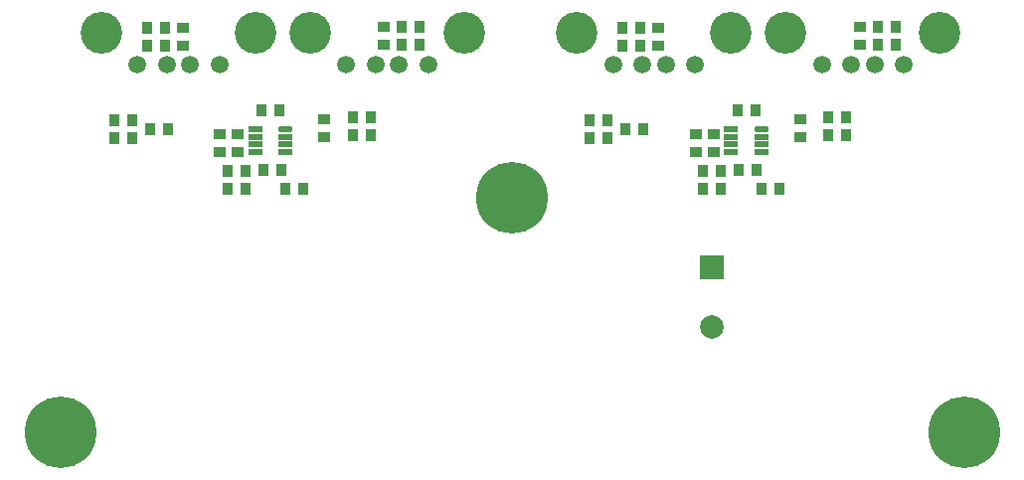
<source format=gbs>
G04*
G04 #@! TF.GenerationSoftware,Altium Limited,Altium Designer,21.7.2 (23)*
G04*
G04 Layer_Color=16711935*
%FSLAX25Y25*%
%MOIN*%
G70*
G04*
G04 #@! TF.SameCoordinates,38115651-3DBD-42AD-B4A0-95CC447B3A10*
G04*
G04*
G04 #@! TF.FilePolarity,Negative*
G04*
G01*
G75*
%ADD17R,0.03394X0.03994*%
%ADD18R,0.03994X0.03394*%
%ADD29C,0.13976*%
%ADD30C,0.05984*%
%ADD31R,0.07874X0.07874*%
%ADD32C,0.07874*%
%ADD33C,0.24016*%
%ADD56R,0.04528X0.02165*%
G04:AMPARAMS|DCode=57|XSize=21.65mil|YSize=45.28mil|CornerRadius=6.4mil|HoleSize=0mil|Usage=FLASHONLY|Rotation=90.000|XOffset=0mil|YOffset=0mil|HoleType=Round|Shape=RoundedRectangle|*
%AMROUNDEDRECTD57*
21,1,0.02165,0.03248,0,0,90.0*
21,1,0.00886,0.04528,0,0,90.0*
1,1,0.01280,0.01624,0.00443*
1,1,0.01280,0.01624,-0.00443*
1,1,0.01280,-0.01624,-0.00443*
1,1,0.01280,-0.01624,0.00443*
%
%ADD57ROUNDEDRECTD57*%
D17*
X906000Y882287D02*
D03*
X912000D02*
D03*
X906000Y876287D02*
D03*
X912000D02*
D03*
X826500Y875787D02*
D03*
X820500D02*
D03*
X826500Y881787D02*
D03*
X820500D02*
D03*
X746500Y882287D02*
D03*
X752500D02*
D03*
X746500Y876287D02*
D03*
X752500D02*
D03*
X667000Y881787D02*
D03*
X661000D02*
D03*
X667000Y875787D02*
D03*
X661000D02*
D03*
X730000Y851787D02*
D03*
X736000D02*
D03*
X730000Y845787D02*
D03*
X736000D02*
D03*
X705500Y854287D02*
D03*
X699500D02*
D03*
X815500Y844787D02*
D03*
X809500D02*
D03*
X815500Y850787D02*
D03*
X809500D02*
D03*
X821500Y847787D02*
D03*
X827500D02*
D03*
X865500Y834287D02*
D03*
X859500D02*
D03*
X873000Y827787D02*
D03*
X867000D02*
D03*
X847500D02*
D03*
X853500D02*
D03*
X847500Y833787D02*
D03*
X853500D02*
D03*
X889500Y845787D02*
D03*
X895500D02*
D03*
X889500Y851787D02*
D03*
X895500D02*
D03*
X865000Y854287D02*
D03*
X859000D02*
D03*
X688000Y833787D02*
D03*
X694000D02*
D03*
X706000Y834287D02*
D03*
X700000D02*
D03*
X713500Y827787D02*
D03*
X707500D02*
D03*
X688000D02*
D03*
X694000D02*
D03*
X662000Y847787D02*
D03*
X668000D02*
D03*
X656000Y844787D02*
D03*
X650000D02*
D03*
X656000Y850787D02*
D03*
X650000D02*
D03*
D18*
X900000Y882287D02*
D03*
Y876287D02*
D03*
X832500Y875787D02*
D03*
Y881787D02*
D03*
X740500Y882287D02*
D03*
Y876287D02*
D03*
X673000Y875787D02*
D03*
Y881787D02*
D03*
X720500Y851287D02*
D03*
Y845287D02*
D03*
X880000Y851287D02*
D03*
Y845287D02*
D03*
X851000Y840287D02*
D03*
Y846287D02*
D03*
X845000D02*
D03*
Y840287D02*
D03*
X691500D02*
D03*
Y846287D02*
D03*
X685500D02*
D03*
Y840287D02*
D03*
D29*
X875134Y880374D02*
D03*
X926866D02*
D03*
X645634D02*
D03*
X697366D02*
D03*
X856866D02*
D03*
X805134D02*
D03*
X715634D02*
D03*
X767366D02*
D03*
D30*
X914779Y869705D02*
D03*
X887220D02*
D03*
X904937D02*
D03*
X897063D02*
D03*
X685280D02*
D03*
X657721D02*
D03*
X675437D02*
D03*
X667563D02*
D03*
X827063D02*
D03*
X834937D02*
D03*
X817220D02*
D03*
X844779D02*
D03*
X755279D02*
D03*
X727720D02*
D03*
X745437D02*
D03*
X737563D02*
D03*
D31*
X850331Y801500D02*
D03*
D32*
Y781500D02*
D03*
D33*
X783465Y824803D02*
D03*
X631890Y746063D02*
D03*
X935059D02*
D03*
D56*
X697264Y847906D02*
D03*
Y845347D02*
D03*
Y842787D02*
D03*
X707500D02*
D03*
Y845347D02*
D03*
Y840228D02*
D03*
X697264D02*
D03*
X856764Y847906D02*
D03*
Y845347D02*
D03*
Y842787D02*
D03*
X867000D02*
D03*
Y845347D02*
D03*
Y840228D02*
D03*
X856764D02*
D03*
D57*
X707500Y847906D02*
D03*
X867000D02*
D03*
M02*

</source>
